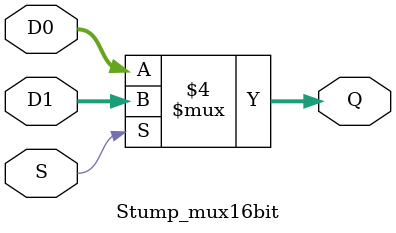
<source format=v>

module Stump_mux16bit  (input wire [15:0] D0,
			            input wire [15:0] D1,
			            input wire        S,
			            output reg [15:0] Q);

// Output Q is assigned one of two 16-bit values, D0 or D1, depending on the
// state of the control signal S. S = 0: Q = D0, S = 1: Q = D1
						
always @ (*)        // Combinatorial logic block
 if(S == 1)         // Simple decode on S
  Q = D1;
 else
  Q = D0;
  
endmodule

</source>
